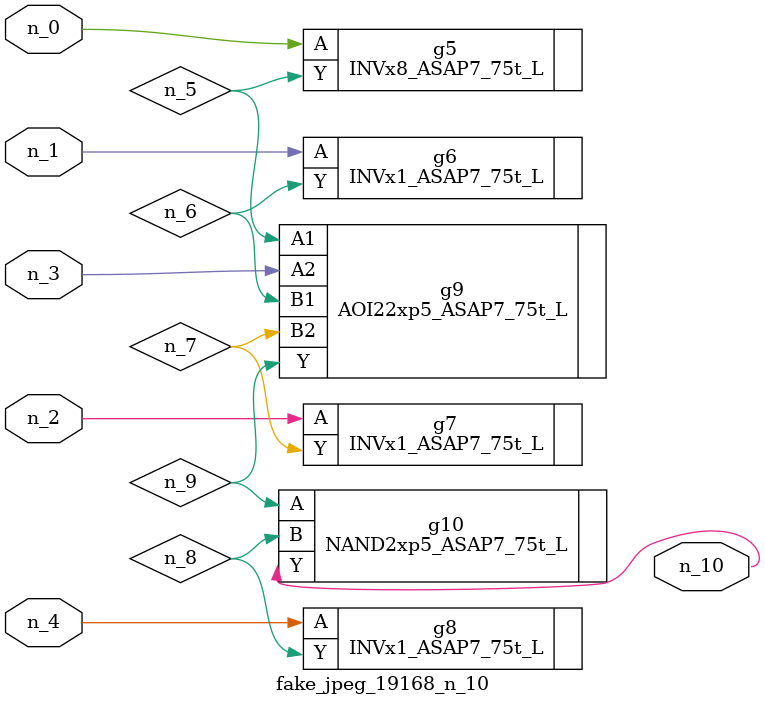
<source format=v>
module fake_jpeg_19168_n_10 (n_3, n_2, n_1, n_0, n_4, n_10);

input n_3;
input n_2;
input n_1;
input n_0;
input n_4;

output n_10;

wire n_8;
wire n_9;
wire n_6;
wire n_5;
wire n_7;

INVx8_ASAP7_75t_L g5 ( 
.A(n_0),
.Y(n_5)
);

INVx1_ASAP7_75t_L g6 ( 
.A(n_1),
.Y(n_6)
);

INVx1_ASAP7_75t_L g7 ( 
.A(n_2),
.Y(n_7)
);

INVx1_ASAP7_75t_L g8 ( 
.A(n_4),
.Y(n_8)
);

AOI22xp5_ASAP7_75t_L g9 ( 
.A1(n_5),
.A2(n_3),
.B1(n_6),
.B2(n_7),
.Y(n_9)
);

NAND2xp5_ASAP7_75t_L g10 ( 
.A(n_9),
.B(n_8),
.Y(n_10)
);


endmodule
</source>
